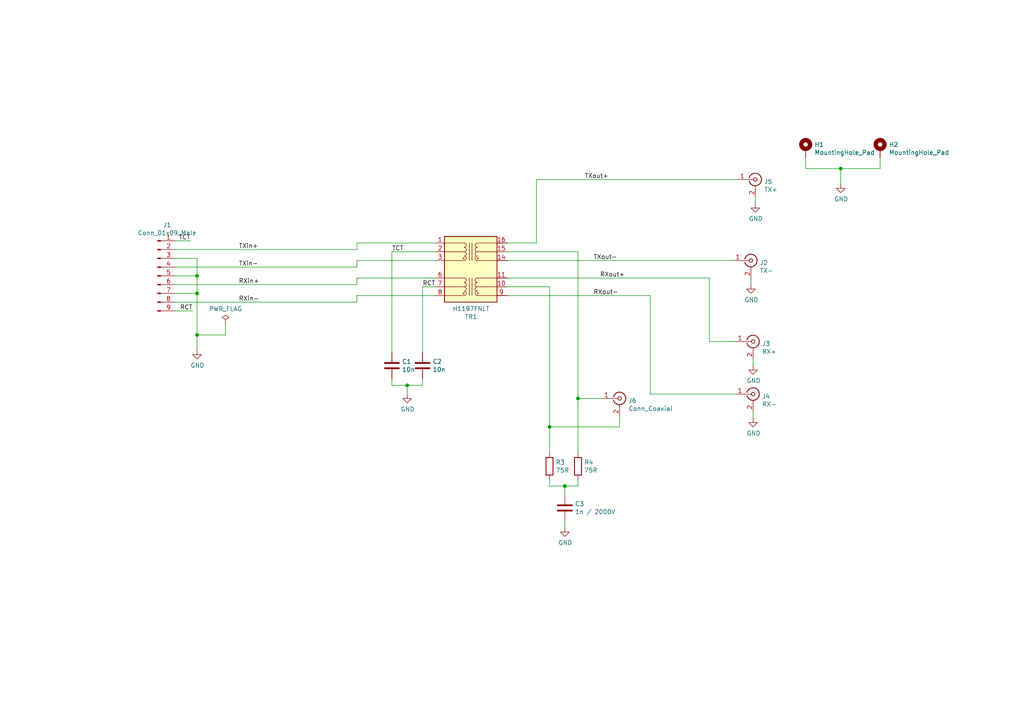
<source format=kicad_sch>
(kicad_sch (version 20211123) (generator eeschema)
  (paper "A4")
  (lib_symbols
    (symbol "Connector:Conn_01x09_Male" (pin_names (offset 1.016) hide)
      (property "Reference" "J" (at 0 12.7 0))
      (property "Value" "Conn_01x09_Male" (at 0 -12.7 0))
      (symbol "Conn_01x09_Male_1_1"
        (polyline (pts (xy 1.27 -10.16) (xy 0.8636 -10.16)) (stroke (width 0.1524)))
        (polyline (pts (xy 1.27 -7.62) (xy 0.8636 -7.62)) (stroke (width 0.1524)))
        (polyline (pts (xy 1.27 -5.08) (xy 0.8636 -5.08)) (stroke (width 0.1524)))
        (polyline (pts (xy 1.27 -2.54) (xy 0.8636 -2.54)) (stroke (width 0.1524)))
        (polyline (pts (xy 1.27 0) (xy 0.8636 0)) (stroke (width 0.1524)))
        (polyline (pts (xy 1.27 2.54) (xy 0.8636 2.54)) (stroke (width 0.1524)))
        (polyline (pts (xy 1.27 5.08) (xy 0.8636 5.08)) (stroke (width 0.1524)))
        (polyline (pts (xy 1.27 7.62) (xy 0.8636 7.62)) (stroke (width 0.1524)))
        (polyline (pts (xy 1.27 10.16) (xy 0.8636 10.16)) (stroke (width 0.1524)))
        (rectangle (start 0.8636 -10.033) (end 0 -10.287) (stroke (width 0.1524)) (fill (type outline)))
        (rectangle (start 0.8636 -7.493) (end 0 -7.747) (stroke (width 0.1524)) (fill (type outline)))
        (rectangle (start 0.8636 -4.953) (end 0 -5.207) (stroke (width 0.1524)) (fill (type outline)))
        (rectangle (start 0.8636 -2.413) (end 0 -2.667) (stroke (width 0.1524)) (fill (type outline)))
        (rectangle (start 0.8636 0.127) (end 0 -0.127) (stroke (width 0.1524)) (fill (type outline)))
        (rectangle (start 0.8636 2.667) (end 0 2.413) (stroke (width 0.1524)) (fill (type outline)))
        (rectangle (start 0.8636 5.207) (end 0 4.953) (stroke (width 0.1524)) (fill (type outline)))
        (rectangle (start 0.8636 7.747) (end 0 7.493) (stroke (width 0.1524)) (fill (type outline)))
        (rectangle (start 0.8636 10.287) (end 0 10.033) (stroke (width 0.1524)) (fill (type outline)))
        (pin passive line (at 5.08 10.16 180) (length 3.81) (name "Pin_1") (number "1"))
        (pin passive line (at 5.08 7.62 180) (length 3.81) (name "Pin_2") (number "2"))
        (pin passive line (at 5.08 5.08 180) (length 3.81) (name "Pin_3") (number "3"))
        (pin passive line (at 5.08 2.54 180) (length 3.81) (name "Pin_4") (number "4"))
        (pin passive line (at 5.08 0 180) (length 3.81) (name "Pin_5") (number "5"))
        (pin passive line (at 5.08 -2.54 180) (length 3.81) (name "Pin_6") (number "6"))
        (pin passive line (at 5.08 -5.08 180) (length 3.81) (name "Pin_7") (number "7"))
        (pin passive line (at 5.08 -7.62 180) (length 3.81) (name "Pin_8") (number "8"))
        (pin passive line (at 5.08 -10.16 180) (length 3.81) (name "Pin_9") (number "9"))
      )
    )
    (symbol "Connector:Conn_Coaxial" (pin_names (offset 1.016) hide)
      (property "Reference" "J" (at 0.254 3.048 0))
      (property "Value" "Conn_Coaxial" (at 2.921 0 90))
      (symbol "Conn_Coaxial_0_1"
        (arc (start -1.778 -0.508) (mid 0.222 -1.808) (end 1.778 0) (stroke (width 0.254)))
        (polyline (pts (xy -2.54 0) (xy -0.508 0)))
        (polyline (pts (xy 0 -2.54) (xy 0 -1.778)))
        (circle (center 0 0) (radius 0.508) (stroke (width 0.2032)))
        (arc (start 1.778 0) (mid 0.2221 1.8083) (end -1.778 0.508) (stroke (width 0.254)))
      )
      (symbol "Conn_Coaxial_1_1"
        (pin passive line (at -5.08 0 0) (length 2.54) (name "In") (number "1"))
        (pin passive line (at 0 -5.08 90) (length 2.54) (name "Ext") (number "2"))
      )
    )
    (symbol "Device:C" (pin_numbers hide) (pin_names (offset 0.254))
      (property "Reference" "C" (at 0.635 2.54 0))
      (property "Value" "C" (at 0.635 -2.54 0))
      (symbol "C_0_1"
        (polyline (pts (xy -2.032 -0.762) (xy 2.032 -0.762)) (stroke (width 0.508)))
        (polyline (pts (xy -2.032 0.762) (xy 2.032 0.762)) (stroke (width 0.508)))
      )
      (symbol "C_1_1"
        (pin passive line (at 0 3.81 270) (length 2.794) (name "~") (number "1"))
        (pin passive line (at 0 -3.81 90) (length 2.794) (name "~") (number "2"))
      )
    )
    (symbol "Device:R" (pin_numbers hide) (pin_names (offset 0))
      (property "Reference" "R" (at 2.032 0 90))
      (property "Value" "R" (at 0 0 90))
      (symbol "R_0_1"
        (rectangle (start -1.016 -2.54) (end 1.016 2.54) (stroke (width 0.254)))
      )
      (symbol "R_1_1"
        (pin passive line (at 0 3.81 270) (length 1.27) (name "~") (number "1"))
        (pin passive line (at 0 -3.81 90) (length 1.27) (name "~") (number "2"))
      )
    )
    (symbol "Mechanical:MountingHole_Pad" (pin_numbers hide) (pin_names (offset 1.016) hide)
      (property "Reference" "H" (at 0 6.35 0))
      (property "Value" "MountingHole_Pad" (at 0 4.445 0))
      (symbol "MountingHole_Pad_0_1"
        (circle (center 0 1.27) (radius 1.27) (stroke (width 1.27)))
      )
      (symbol "MountingHole_Pad_1_1"
        (pin input line (at 0 -2.54 90) (length 2.54) (name "1") (number "1"))
      )
    )
    (symbol "myethlibopen:H1197FNLT" (pin_names hide)
      (property "Reference" "TR" (at 0 10.795 0))
      (property "Value" "H1197FNLT" (at 0 -10.795 0))
      (symbol "H1197FNLT_0_1"
        (rectangle (start -7.62 9.525) (end 7.62 -9.525) (stroke (width 0.254)) (fill (type background)))
        (circle (center -2.032 6.985) (radius 0.1778))
        (arc (start -1.905 6.35) (mid -1.27 6.985) (end -1.905 7.62))
        (polyline (pts (xy -1.905 2.54) (xy -7.62 2.54)))
        (polyline (pts (xy -1.905 5.08) (xy -7.62 5.08)))
        (polyline (pts (xy -1.905 7.62) (xy -7.62 7.62)))
        (polyline (pts (xy -0.381 -2.54) (xy -0.381 -7.62)))
        (polyline (pts (xy -0.381 2.54) (xy -0.381 7.62)))
        (polyline (pts (xy 0.381 -7.62) (xy 0.381 -2.54)))
        (polyline (pts (xy 0.381 7.62) (xy 0.381 2.54)))
        (polyline (pts (xy 1.905 2.54) (xy 8.255 2.54) (xy 10.795 2.54)))
        (polyline (pts (xy 1.905 7.62) (xy 8.255 7.62) (xy 10.795 7.62)))
        (polyline (pts (xy 1.905 5.08) (xy 3.175 5.08) (xy 5.715 5.08) (xy 9.525 5.08) (xy 10.795 5.08)))
      )
      (symbol "H1197FNLT_1_1"
        (circle (center -2.032 -3.175) (radius 0.1778))
        (arc (start -1.905 -7.62) (mid -1.27 -6.985) (end -1.905 -6.35))
        (arc (start -1.905 -6.35) (mid -1.27 -5.715) (end -1.905 -5.08))
        (arc (start -1.905 -5.08) (mid -1.27 -4.445) (end -1.905 -3.81))
        (arc (start -1.905 -3.81) (mid -1.27 -3.175) (end -1.905 -2.54))
        (arc (start -1.905 2.54) (mid -1.27 3.175) (end -1.905 3.81))
        (arc (start -1.905 3.81) (mid -1.27 4.445) (end -1.905 5.08))
        (arc (start -1.905 5.08) (mid -1.27 5.715) (end -1.905 6.35))
        (polyline (pts (xy -1.905 -7.62) (xy -7.62 -7.62)))
        (polyline (pts (xy -1.905 -5.08) (xy -7.62 -5.08)))
        (polyline (pts (xy -1.905 -2.54) (xy -7.62 -2.54)))
        (polyline (pts (xy 1.905 -7.62) (xy 8.255 -7.62) (xy 10.795 -7.62)))
        (polyline (pts (xy 1.905 -2.54) (xy 8.255 -2.54) (xy 10.795 -2.54)))
        (polyline (pts (xy 10.795 -5.08) (xy 9.525 -5.08) (xy 5.715 -5.08) (xy 3.175 -5.08) (xy 1.905 -5.08)))
        (arc (start 1.905 -6.35) (mid 1.27 -6.985) (end 1.905 -7.62))
        (arc (start 1.905 -5.08) (mid 1.27 -5.715) (end 1.905 -6.35))
        (arc (start 1.905 -3.81) (mid 1.27 -4.445) (end 1.905 -5.08))
        (arc (start 1.905 -2.54) (mid 1.27 -3.175) (end 1.905 -3.81))
        (arc (start 1.905 3.81) (mid 1.27 3.175) (end 1.905 2.54))
        (arc (start 1.905 5.08) (mid 1.27 4.445) (end 1.905 3.81))
        (arc (start 1.905 6.35) (mid 1.27 5.715) (end 1.905 5.08))
        (arc (start 1.905 7.62) (mid 1.27 6.985) (end 1.905 6.35))
        (circle (center 2.032 -3.175) (radius 0.1778))
        (circle (center 2.032 6.985) (radius 0.1778))
        (pin passive line (at -10.16 -7.62 0) (length 2.54) (name "TD+") (number "1"))
        (pin passive line (at 10.16 5.08 180) (length 2.54) (name "C_RX") (number "10"))
        (pin passive line (at 10.16 2.54 180) (length 2.54) (name "RX+") (number "11"))
        (pin passive line (at 10.16 -2.54 180) (length 2.54) (name "TX-") (number "14"))
        (pin passive line (at 10.16 -5.08 180) (length 2.54) (name "C_TX") (number "15"))
        (pin passive line (at 10.16 -7.62 180) (length 2.54) (name "TX+") (number "16"))
        (pin passive line (at -10.16 -5.08 0) (length 2.54) (name "C_TD") (number "2"))
        (pin passive line (at -10.16 -2.54 0) (length 2.54) (name "TD-") (number "3"))
        (pin passive line (at -10.16 2.54 0) (length 2.54) (name "RD+") (number "6"))
        (pin passive line (at -10.16 5.08 0) (length 2.54) (name "C_RD") (number "7"))
        (pin passive line (at -10.16 7.62 0) (length 2.54) (name "RD-") (number "8"))
        (pin passive line (at 10.16 7.62 180) (length 2.54) (name "RX-") (number "9"))
      )
    )
    (symbol "power:GND" (power) (pin_names (offset 0))
      (property "Value" "GND" (at 0 -3.81 0))
      (symbol "GND_0_1"
        (polyline (pts (xy 0 0) (xy 0 -1.27) (xy 1.27 -1.27) (xy 0 -2.54) (xy -1.27 -1.27) (xy 0 -1.27)))
      )
      (symbol "GND_1_1"
        (pin power_in line (at 0 0 270) (length 0) hide (name "GND") (number "1"))
      )
    )
    (symbol "power:PWR_FLAG" (power) (pin_numbers hide) (pin_names (offset 0) hide)
      (property "Value" "PWR_FLAG" (at 0 3.81 0))
      (symbol "PWR_FLAG_0_0"
        (pin power_out line (at 0 0 90) (length 0) (name "pwr") (number "1"))
      )
      (symbol "PWR_FLAG_0_1"
        (polyline (pts (xy 0 0) (xy 0 1.27) (xy -1.016 1.905) (xy 0 2.54) (xy 1.016 1.905) (xy 0 1.27)))
      )
    )
  )
  (junction (at 118.11 111.76))
  (junction (at 159.385 123.825))
  (junction (at 57.15 85.09))
  (junction (at 163.83 140.97))
  (junction (at 57.15 80.01))
  (junction (at 243.84 48.895))
  (junction (at 57.15 97.155))
  (junction (at 167.64 115.57))
  (wire (pts (xy 103.505 82.55) (xy 103.505 80.645)))
  (wire (pts (xy 159.385 139.065) (xy 159.385 140.97)))
  (wire (pts (xy 218.44 119.38) (xy 218.44 121.285)))
  (wire (pts (xy 167.64 73.025) (xy 167.64 115.57)))
  (wire (pts (xy 118.11 111.76) (xy 122.555 111.76)))
  (wire (pts (xy 65.405 93.98) (xy 65.405 97.155)))
  (wire (pts (xy 57.15 80.01) (xy 57.15 85.09)))
  (wire (pts (xy 57.15 97.155) (xy 57.15 101.6)))
  (wire (pts (xy 243.84 48.895) (xy 255.27 48.895)))
  (wire (pts (xy 113.665 109.855) (xy 113.665 111.76)))
  (wire (pts (xy 50.8 80.01) (xy 57.15 80.01)))
  (wire (pts (xy 103.505 87.63) (xy 103.505 85.725)))
  (wire (pts (xy 126.365 83.185) (xy 122.555 83.185)))
  (wire (pts (xy 179.705 123.825) (xy 159.385 123.825)))
  (wire (pts (xy 167.64 140.97) (xy 167.64 139.065)))
  (wire (pts (xy 146.685 70.485) (xy 155.575 70.485)))
  (wire (pts (xy 103.505 77.47) (xy 103.505 75.565)))
  (wire (pts (xy 65.405 97.155) (xy 57.15 97.155)))
  (wire (pts (xy 103.505 85.725) (xy 126.365 85.725)))
  (wire (pts (xy 146.685 83.185) (xy 159.385 83.185)))
  (wire (pts (xy 122.555 83.185) (xy 122.555 102.235)))
  (wire (pts (xy 50.8 74.93) (xy 57.15 74.93)))
  (wire (pts (xy 233.68 45.72) (xy 233.68 48.895)))
  (wire (pts (xy 155.575 70.485) (xy 155.575 52.07)))
  (wire (pts (xy 146.685 75.565) (xy 212.725 75.565)))
  (wire (pts (xy 217.805 80.645) (xy 217.805 82.55)))
  (wire (pts (xy 188.595 85.725) (xy 188.595 114.3)))
  (wire (pts (xy 255.27 48.895) (xy 255.27 45.72)))
  (wire (pts (xy 50.8 77.47) (xy 103.505 77.47)))
  (wire (pts (xy 103.505 72.39) (xy 103.505 70.485)))
  (wire (pts (xy 113.665 73.025) (xy 113.665 102.235)))
  (wire (pts (xy 50.8 87.63) (xy 103.505 87.63)))
  (wire (pts (xy 188.595 114.3) (xy 213.36 114.3)))
  (wire (pts (xy 126.365 73.025) (xy 113.665 73.025)))
  (wire (pts (xy 219.075 59.055) (xy 219.075 57.15)))
  (wire (pts (xy 163.83 151.13) (xy 163.83 153.035)))
  (wire (pts (xy 218.44 104.14) (xy 218.44 106.045)))
  (wire (pts (xy 50.8 69.85) (xy 55.245 69.85)))
  (wire (pts (xy 103.505 75.565) (xy 126.365 75.565)))
  (wire (pts (xy 50.8 85.09) (xy 57.15 85.09)))
  (wire (pts (xy 118.11 114.3) (xy 118.11 111.76)))
  (wire (pts (xy 163.83 143.51) (xy 163.83 140.97)))
  (wire (pts (xy 50.8 72.39) (xy 103.505 72.39)))
  (wire (pts (xy 159.385 140.97) (xy 163.83 140.97)))
  (wire (pts (xy 146.685 80.645) (xy 205.74 80.645)))
  (wire (pts (xy 57.15 74.93) (xy 57.15 80.01)))
  (wire (pts (xy 205.74 80.645) (xy 205.74 99.06)))
  (wire (pts (xy 163.83 140.97) (xy 167.64 140.97)))
  (wire (pts (xy 155.575 52.07) (xy 213.995 52.07)))
  (wire (pts (xy 103.505 70.485) (xy 126.365 70.485)))
  (wire (pts (xy 50.8 82.55) (xy 103.505 82.55)))
  (wire (pts (xy 103.505 80.645) (xy 126.365 80.645)))
  (wire (pts (xy 205.74 99.06) (xy 213.36 99.06)))
  (wire (pts (xy 113.665 111.76) (xy 118.11 111.76)))
  (wire (pts (xy 167.64 115.57) (xy 167.64 131.445)))
  (wire (pts (xy 243.84 53.34) (xy 243.84 48.895)))
  (wire (pts (xy 179.705 120.65) (xy 179.705 123.825)))
  (wire (pts (xy 50.8 90.17) (xy 55.88 90.17)))
  (wire (pts (xy 122.555 111.76) (xy 122.555 109.855)))
  (wire (pts (xy 159.385 123.825) (xy 159.385 131.445)))
  (wire (pts (xy 159.385 83.185) (xy 159.385 123.825)))
  (wire (pts (xy 174.625 115.57) (xy 167.64 115.57)))
  (wire (pts (xy 57.15 85.09) (xy 57.15 97.155)))
  (wire (pts (xy 233.68 48.895) (xy 243.84 48.895)))
  (wire (pts (xy 146.685 85.725) (xy 188.595 85.725)))
  (wire (pts (xy 146.685 73.025) (xy 167.64 73.025)))
  (label "TXout+" (at 169.545 52.07 0))
  (label "RXin-" (at 69.215 87.63 0))
  (label "TCT" (at 55.245 69.85 180))
  (label "TXin+" (at 69.215 72.39 0))
  (label "RCT" (at 122.555 83.185 0))
  (label "RXout+" (at 173.99 80.645 0))
  (label "RCT" (at 55.88 90.17 180))
  (label "RXout-" (at 172.085 85.725 0))
  (label "TCT" (at 113.665 73.025 0))
  (label "TXin-" (at 69.215 77.47 0))
  (label "TXout-" (at 172.085 75.565 0))
  (label "RXin+" (at 69.215 82.55 0))
  (symbol (lib_id "Connector:Conn_Coaxial") (at 179.705 115.57 0) (unit 1)
    (property "Reference" "J6" (at 182.245 116.205 0) (effects (justify left)))
    (property "Value" "Conn_Coaxial" (at 182.245 118.5164 0) (effects (justify left)))
    (property "Footprint" "Connector_Coaxial:BNC_TEConnectivity_1478204_Vertical" (effects hide))
    (property "Datasheet" " ~" (effects hide))
  )
  (symbol (lib_id "myethlibopen:H1197FNLT") (at 136.525 78.105 0) (mirror x) (unit 1)
    (property "Reference" "TR1" (at 136.6266 91.8718 0))
    (property "Value" "H1197FNLT" (at 136.6266 89.5604 0))
    (property "Footprint" "Transformer_SMD:Transformer_Ethernet_Bourns_PT61017PEL" (effects hide))
    (property "Datasheet" "https://www.bourns.com/docs/Product-Datasheets/PT61017PEL.pdf" (effects hide))
  )
  (symbol (lib_id "Connector:Conn_01x09_Male") (at 45.72 80.01 0) (unit 1)
    (property "Reference" "J1" (at 48.4632 65.2526 0))
    (property "Value" "Conn_01x09_Male" (at 48.4632 67.564 0))
    (property "Footprint" "myfootprintlib:mezzanine_9p_10162582-1134109LF_Conan_1mm" (effects hide))
  )
  (symbol (lib_id "Connector:Conn_Coaxial") (at 219.075 52.07 0) (unit 1)
    (property "Reference" "J5" (at 221.615 52.705 0) (effects (justify left)))
    (property "Value" "TX+" (at 221.615 55.0164 0) (effects (justify left)))
    (property "Footprint" "Connector_Coaxial:SMA_Amphenol_132134_Vertical" (effects hide))
    (property "Datasheet" " ~" (effects hide))
  )
  (symbol (lib_id "Connector:Conn_Coaxial") (at 217.805 75.565 0) (unit 1)
    (property "Reference" "J2" (at 220.345 76.2 0) (effects (justify left)))
    (property "Value" "TX-" (at 220.345 78.5114 0) (effects (justify left)))
    (property "Footprint" "Connector_Coaxial:SMA_Amphenol_132134_Vertical" (effects hide))
    (property "Datasheet" " ~" (effects hide))
  )
  (symbol (lib_id "Connector:Conn_Coaxial") (at 218.44 99.06 0) (unit 1)
    (property "Reference" "J3" (at 220.98 99.695 0) (effects (justify left)))
    (property "Value" "RX+" (at 220.98 102.0064 0) (effects (justify left)))
    (property "Footprint" "Connector_Coaxial:SMA_Amphenol_132134_Vertical" (effects hide))
    (property "Datasheet" " ~" (effects hide))
  )
  (symbol (lib_id "Connector:Conn_Coaxial") (at 218.44 114.3 0) (unit 1)
    (property "Reference" "J4" (at 220.98 114.935 0) (effects (justify left)))
    (property "Value" "RX-" (at 220.98 117.2464 0) (effects (justify left)))
    (property "Footprint" "Connector_Coaxial:SMA_Amphenol_132134_Vertical" (effects hide))
    (property "Datasheet" " ~" (effects hide))
  )
  (symbol (lib_id "Device:R") (at 159.385 135.255 0) (unit 1)
    (property "Reference" "R3" (at 161.163 134.0866 0) (effects (justify left)))
    (property "Value" "75R" (at 161.163 136.398 0) (effects (justify left)))
    (property "Footprint" "Resistor_SMD:R_0805_2012Metric_Pad1.20x1.40mm_HandSolder" (effects hide))
  )
  (symbol (lib_id "Device:R") (at 167.64 135.255 0) (unit 1)
    (property "Reference" "R4" (at 169.418 134.0866 0) (effects (justify left)))
    (property "Value" "75R" (at 169.418 136.398 0) (effects (justify left)))
    (property "Footprint" "Resistor_SMD:R_0805_2012Metric_Pad1.20x1.40mm_HandSolder" (effects hide))
  )
  (symbol (lib_id "Device:C") (at 163.83 147.32 0) (unit 1)
    (property "Reference" "C3" (at 166.751 146.1516 0) (effects (justify left)))
    (property "Value" "1n / 2000V" (at 166.751 148.463 0) (effects (justify left)))
    (property "Footprint" "Resistor_SMD:R_1206_3216Metric_Pad1.42x1.75mm_HandSolder" (effects hide))
  )
  (symbol (lib_id "Device:C") (at 113.665 106.045 0) (unit 1)
    (property "Reference" "C1" (at 116.586 104.8766 0) (effects (justify left)))
    (property "Value" "10n" (at 116.586 107.188 0) (effects (justify left)))
    (property "Footprint" "Capacitor_SMD:C_0805_2012Metric_Pad1.18x1.45mm_HandSolder" (effects hide))
  )
  (symbol (lib_id "Device:C") (at 122.555 106.045 0) (unit 1)
    (property "Reference" "C2" (at 125.476 104.8766 0) (effects (justify left)))
    (property "Value" "10n" (at 125.476 107.188 0) (effects (justify left)))
    (property "Footprint" "Capacitor_SMD:C_0805_2012Metric_Pad1.18x1.45mm_HandSolder" (effects hide))
  )
  (symbol (lib_id "power:GND") (at 57.15 101.6 0) (unit 1)
    (property "Reference" "#PWR01" (effects hide))
    (property "Value" "GND" (at 57.277 105.9942 0))
  )
  (symbol (lib_id "power:GND") (at 118.11 114.3 0) (unit 1)
    (property "Reference" "#PWR03" (effects hide))
    (property "Value" "GND" (at 118.237 118.6942 0))
  )
  (symbol (lib_id "power:PWR_FLAG") (at 65.405 93.98 0) (unit 1)
    (property "Reference" "#FLG0101" (effects hide))
    (property "Value" "PWR_FLAG" (at 65.405 89.5858 0))
  )
  (symbol (lib_id "power:GND") (at 163.83 153.035 0) (unit 1)
    (property "Reference" "#PWR04" (effects hide))
    (property "Value" "GND" (at 163.957 157.4292 0))
  )
  (symbol (lib_id "power:GND") (at 218.44 121.285 0) (unit 1)
    (property "Reference" "#PWR07" (effects hide))
    (property "Value" "GND" (at 218.567 125.6792 0))
  )
  (symbol (lib_id "power:GND") (at 218.44 106.045 0) (unit 1)
    (property "Reference" "#PWR06" (effects hide))
    (property "Value" "GND" (at 218.567 110.4392 0))
  )
  (symbol (lib_id "power:GND") (at 217.805 82.55 0) (unit 1)
    (property "Reference" "#PWR05" (effects hide))
    (property "Value" "GND" (at 217.932 86.9442 0))
  )
  (symbol (lib_id "power:GND") (at 219.075 59.055 0) (unit 1)
    (property "Reference" "#PWR08" (effects hide))
    (property "Value" "GND" (at 219.202 63.4492 0))
  )
  (symbol (lib_id "Mechanical:MountingHole_Pad") (at 255.27 43.18 0) (unit 1)
    (property "Reference" "H2" (at 257.81 41.9354 0) (effects (justify left)))
    (property "Value" "MountingHole_Pad" (at 257.81 44.2468 0) (effects (justify left)))
    (property "Footprint" "MountingHole:MountingHole_3.2mm_M3_Pad_Via" (effects hide))
  )
  (symbol (lib_id "Mechanical:MountingHole_Pad") (at 233.68 43.18 0) (unit 1)
    (property "Reference" "H1" (at 236.22 41.9354 0) (effects (justify left)))
    (property "Value" "MountingHole_Pad" (at 236.22 44.2468 0) (effects (justify left)))
    (property "Footprint" "MountingHole:MountingHole_3.2mm_M3_Pad_Via" (effects hide))
  )
  (symbol (lib_id "power:GND") (at 243.84 53.34 0) (unit 1)
    (property "Reference" "#PWR02" (effects hide))
    (property "Value" "GND" (at 243.967 57.7342 0))
  )
)
</source>
